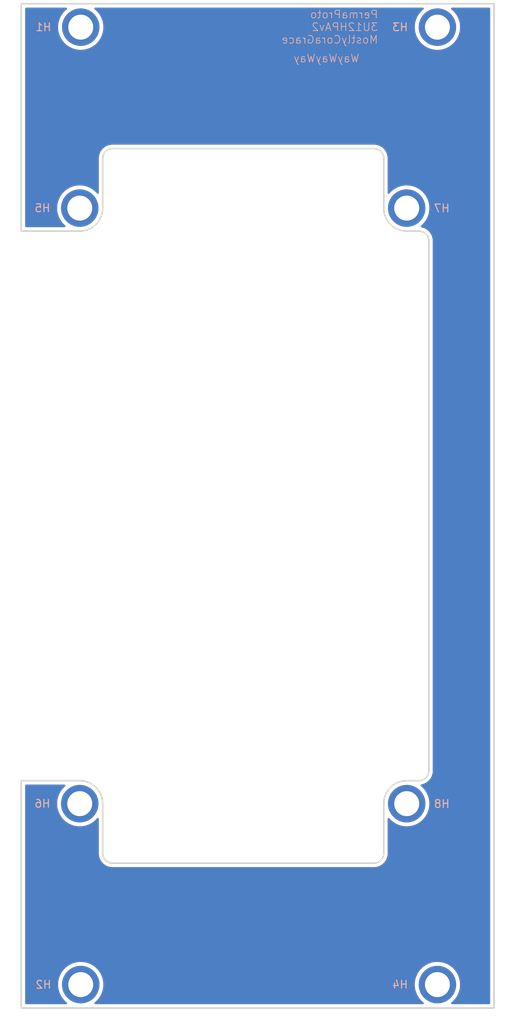
<source format=kicad_pcb>
(kicad_pcb (version 20241229) (generator "pcbnew") (generator_version "9.0")
  (layers (0 "F.Cu" signal) (2 "B.Cu" signal) (13 "F.Paste" user) (15 "B.Paste" user) (5 "F.SilkS" user "F.Silkscreen") (7 "B.SilkS" user "B.Silkscreen") (1 "F.Mask" user) (3 "B.Mask" user) (25 "Edge.Cuts" user))
  (net 0 "")
  (footprint "EXC:MountingHole_3.2mm_M3" (layer "F.Cu") (at 7.493 28.575)
    (property "Reference" "H5" (at -3.683 0 0) (layer "B.SilkS") (effects (justify left mirror)))
    (property "Value" "Eurorack_M3_MountingHole")
    (pad "" thru_hole circle (at 0 0) (size 4.8 4.8) (drill 3.2) (layers "*.Cu" "*.Mask"))
  )
  (footprint "EXC:MountingHole_3.2mm_M3" (layer "F.Cu") (at 7.493 104.775)
    (property "Reference" "H6" (at -3.683 0 0) (layer "B.SilkS") (effects (justify left mirror)))
    (property "Value" "Eurorack_M3_MountingHole")
    (pad "" thru_hole circle (at 0 0) (size 4.8 4.8) (drill 3.2) (layers "*.Cu" "*.Mask"))
  )
  (footprint "EXC:MountingHole_3.2mm_M3" (layer "F.Cu") (at 53.34 5.425)
    (property "Reference" "H3" (at -3.683 0 0) (layer "B.SilkS") (effects (justify left mirror)))
    (property "Value" "Eurorack_M3_MountingHole")
    (pad "" thru_hole circle (at 0 0) (size 4.8 4.8) (drill 3.2) (layers "*.Cu" "*.Mask"))
  )
  (footprint "EXC:MountingHole_3.2mm_M3" (layer "F.Cu") (at 49.403 104.775)
    (property "Reference" "H8" (at 5.597 0.025 0) (layer "B.SilkS") (effects (justify left mirror)))
    (property "Value" "Eurorack_M3_MountingHole")
    (pad "" thru_hole circle (at 0 0) (size 4.8 4.8) (drill 3.2) (layers "*.Cu" "*.Mask"))
  )
  (footprint "EXC:MountingHole_3.2mm_M3" (layer "F.Cu") (at 49.403 28.575)
    (property "Reference" "H7" (at 5.597 0.025 0) (layer "B.SilkS") (effects (justify left mirror)))
    (property "Value" "Eurorack_M3_MountingHole")
    (pad "" thru_hole circle (at 0 0) (size 4.8 4.8) (drill 3.2) (layers "*.Cu" "*.Mask"))
  )
  (footprint "EXC:MountingHole_3.2mm_M3" (layer "F.Cu") (at 53.34 127.925)
    (property "Reference" "H4" (at -3.683 0 0) (layer "B.SilkS") (effects (justify left mirror)))
    (property "Value" "Eurorack_M3_MountingHole")
    (pad "" thru_hole circle (at 0 0) (size 4.8 4.8) (drill 3.2) (layers "*.Cu" "*.Mask"))
  )
  (footprint "EXC:MountingHole_3.2mm_M3" (layer "F.Cu") (at 7.62 127.925)
    (property "Reference" "H2" (at -3.683 0 0) (layer "B.SilkS") (effects (justify left mirror)))
    (property "Value" "Eurorack_M3_MountingHole")
    (pad "" thru_hole circle (at 0 0) (size 4.8 4.8) (drill 3.2) (layers "*.Cu" "*.Mask"))
  )
  (footprint "EXC:MountingHole_3.2mm_M3" (layer "F.Cu") (at 7.62 5.425)
    (property "Reference" "H1" (at -3.683 0 0) (layer "B.SilkS") (effects (justify left mirror)))
    (property "Value" "Eurorack_M3_MountingHole")
    (pad "" thru_hole circle (at 0 0) (size 4.8 4.8) (drill 3.2) (layers "*.Cu" "*.Mask"))
  )
  (gr_line (start 46.463 22.225) (end 46.463 28.575) (stroke (width 0.2)) (layer "Edge.Cuts"))
  (gr_line (start 60.6 2.425) (end 60.6 130.925) (stroke (width 0.2)) (layer "Edge.Cuts"))
  (gr_line (start 46.463 104.775) (end 46.463 111.125) (stroke (width 0.2)) (layer "Edge.Cuts"))
  (gr_arc (start 46.463 111.125) (mid 46.091026 112.023026) (end 45.193 112.395) (stroke (width 0.2)) (layer "Edge.Cuts"))
  (gr_arc (start 10.433 28.575) (mid 9.571894 30.653894) (end 7.493 31.515) (stroke (width 0.2)) (layer "Edge.Cuts"))
  (gr_line (start 0 2.425) (end 0 31.515) (stroke (width 0.2)) (layer "Edge.Cuts"))
  (gr_line (start 0 2.425) (end 60.6 2.425) (stroke (width 0.2)) (layer "Edge.Cuts"))
  (gr_line (start 10.433 111.125) (end 10.433 104.775) (stroke (width 0.2)) (layer "Edge.Cuts"))
  (gr_arc (start 46.463 104.775) (mid 47.324106 102.696106) (end 49.403 101.835) (stroke (width 0.2)) (layer "Edge.Cuts"))
  (gr_arc (start 52.243 100.565) (mid 51.871026 101.463026) (end 50.973 101.835) (stroke (width 0.2)) (layer "Edge.Cuts"))
  (gr_arc (start 49.403 31.515) (mid 47.324106 30.653894) (end 46.463 28.575) (stroke (width 0.2)) (layer "Edge.Cuts"))
  (gr_line (start 10.433 22.225) (end 10.433 28.575) (stroke (width 0.2)) (layer "Edge.Cuts"))
  (gr_arc (start 10.433 22.225) (mid 10.804974 21.326974) (end 11.703 20.955) (stroke (width 0.2)) (layer "Edge.Cuts"))
  (gr_arc (start 45.193 20.955) (mid 46.091026 21.326974) (end 46.463 22.225) (stroke (width 0.2)) (layer "Edge.Cuts"))
  (gr_line (start 0 31.515) (end 7.493 31.515) (stroke (width 0.2)) (layer "Edge.Cuts"))
  (gr_line (start 11.703 20.955) (end 45.193 20.955) (stroke (width 0.2)) (layer "Edge.Cuts"))
  (gr_line (start 11.703 112.395) (end 45.193 112.395) (stroke (width 0.2)) (layer "Edge.Cuts"))
  (gr_arc (start 50.973 31.515) (mid 51.871026 31.886974) (end 52.243 32.785) (stroke (width 0.2)) (layer "Edge.Cuts"))
  (gr_line (start 60.6 130.925) (end 0 130.925) (stroke (width 0.2)) (layer "Edge.Cuts"))
  (gr_line (start 49.403 31.515) (end 50.973 31.515) (stroke (width 0.2)) (layer "Edge.Cuts"))
  (gr_line (start 52.243 32.785) (end 52.243 100.565) (stroke (width 0.2)) (layer "Edge.Cuts"))
  (gr_arc (start 11.703 112.395) (mid 10.804974 112.023026) (end 10.433 111.125) (stroke (width 0.2)) (layer "Edge.Cuts"))
  (gr_line (start 0 101.835) (end 0 130.925) (stroke (width 0.2)) (layer "Edge.Cuts"))
  (gr_arc (start 7.493 101.835) (mid 9.571894 102.696106) (end 10.433 104.775) (stroke (width 0.2)) (layer "Edge.Cuts"))
  (gr_line (start 50.973 101.835) (end 49.403 101.835) (stroke (width 0.2)) (layer "Edge.Cuts"))
  (gr_line (start 0 101.835) (end 7.493 101.835) (stroke (width 0.2)) (layer "Edge.Cuts"))
  (gr_text "WayWayWay" (at 43.4 10 0) (layer "B.SilkS") (effects (font (size 1 1) (thickness 0.1)) (justify left bottom mirror)))
  (gr_text "PermaProto\n3U12HPAv2\nMostlyCoraGrace" (at 45.8 7.6 0) (layer "B.SilkS") (effects (font (size 1 1) (thickness 0.1)) (justify left bottom mirror)))
  (zone (net 0) (net_name "") (layers "F.Cu" "B.Cu") (connect_pads (clearance 0.5)) (min_thickness 0.25) (fill yes (thermal_gap 0.5) (thermal_bridge_width 0.5) (island_removal_mode 1) (island_area_min 10))
    (polygon (pts (xy 0 2.425) (xy 60.6 2.425) (xy 60.6 130.925) (xy 0 130.925) (xy 0 101.835) (xy 10.433 101.835) (xy 10.433 112.395) (xy 46.463 112.395) (xy 46.463 101.835) (xy 52.243 101.835) (xy 52.243 31.515) (xy 46.463 31.515) (xy 46.463 20.955) (xy 10.433 20.955) (xy 10.433 31.515) (xy 0 31.515)))
  )
)
</source>
